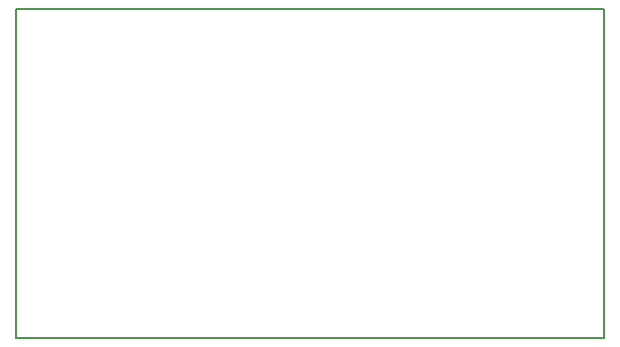
<source format=gm1>
G04 MADE WITH FRITZING*
G04 WWW.FRITZING.ORG*
G04 DOUBLE SIDED*
G04 HOLES PLATED*
G04 CONTOUR ON CENTER OF CONTOUR VECTOR*
%ASAXBY*%
%FSLAX23Y23*%
%MOIN*%
%OFA0B0*%
%SFA1.0B1.0*%
%ADD10R,1.968500X1.102360*%
%ADD11C,0.008000*%
%ADD10C,0.008*%
%LNCONTOUR*%
G90*
G70*
G54D10*
G54D11*
X4Y1098D02*
X1965Y1098D01*
X1965Y4D01*
X4Y4D01*
X4Y1098D01*
D02*
G04 End of contour*
M02*
</source>
